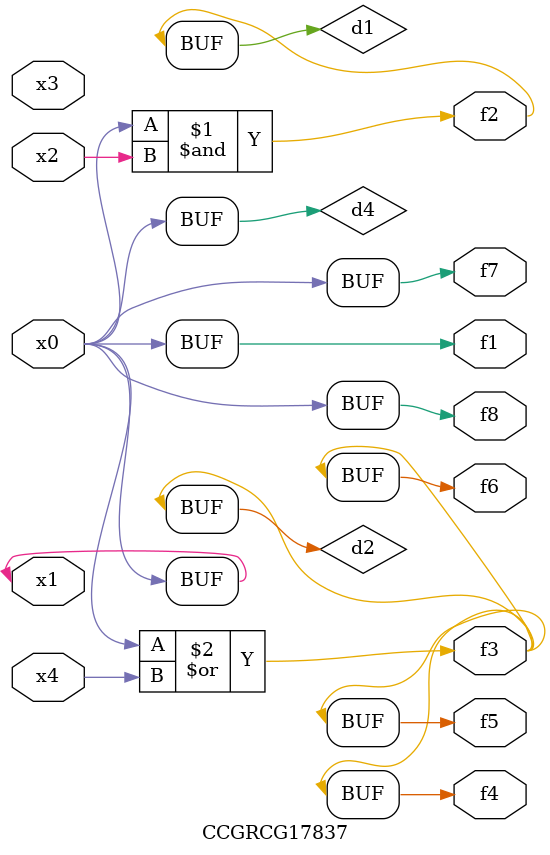
<source format=v>
module CCGRCG17837(
	input x0, x1, x2, x3, x4,
	output f1, f2, f3, f4, f5, f6, f7, f8
);

	wire d1, d2, d3, d4;

	and (d1, x0, x2);
	or (d2, x0, x4);
	nand (d3, x0, x2);
	buf (d4, x0, x1);
	assign f1 = d4;
	assign f2 = d1;
	assign f3 = d2;
	assign f4 = d2;
	assign f5 = d2;
	assign f6 = d2;
	assign f7 = d4;
	assign f8 = d4;
endmodule

</source>
